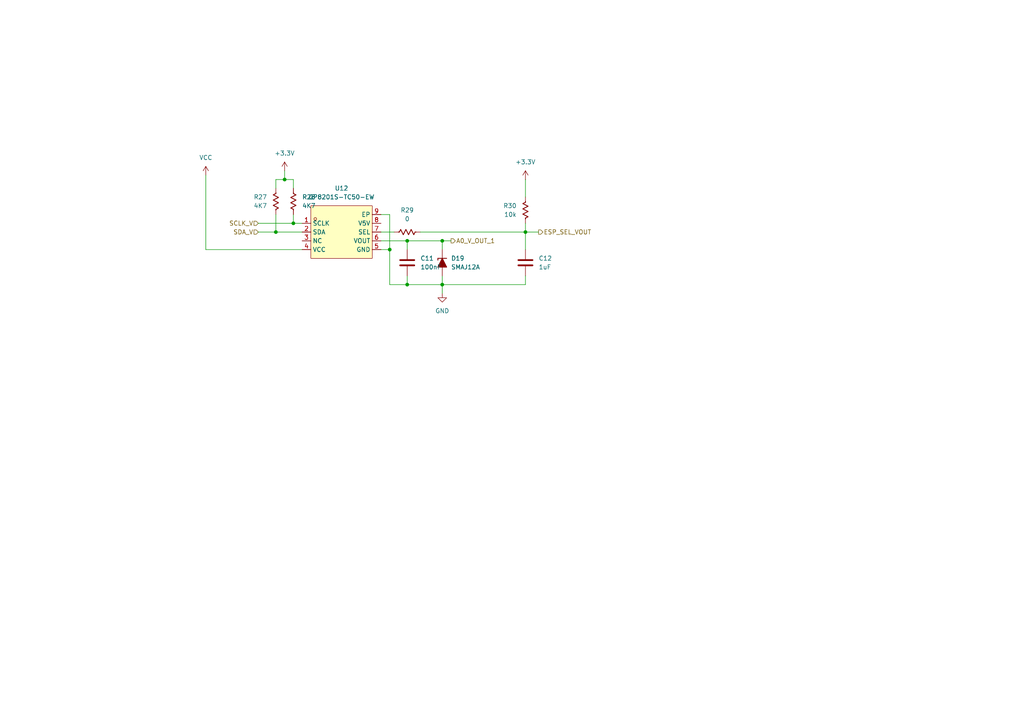
<source format=kicad_sch>
(kicad_sch (version 20250114) (generator "eeschema") (generator_version "9.0")
  (paper "A4")
  (lib_symbols
    (symbol "EasyEDA:+3.3V" (power) (pin_numbers (hide yes)) (pin_names (offset 0) (hide yes))
      (property "Value" "+3.3V" (at 0 3.556 0))
      (symbol "+3.3V_0_1"
        (polyline (pts (xy -0.762 1.27) (xy 0 2.54)))
        (polyline (pts (xy 0 2.54) (xy 0.762 1.27)))
        (polyline (pts (xy 0 0) (xy 0 2.54)))
      )
      (symbol "+3.3V_1_1"
        (pin power_in line (at 0 0 90) (length 0) (name "~") (number "1"))
      )
    )
    (symbol "EasyEDA:C_0603" (pin_numbers (hide yes)) (pin_names (offset 0.254))
      (property "Reference" "C" (at 0.635 2.54 0))
      (property "Value" "C_0603" (at 0.635 -2.54 0))
      (symbol "C_0603_0_1"
        (polyline (pts (xy -2.032 0.762) (xy 2.032 0.762)) (stroke (width 0.508)))
        (polyline (pts (xy -2.032 -0.762) (xy 2.032 -0.762)) (stroke (width 0.508)))
      )
      (symbol "C_0603_0_2"
        (polyline (pts (xy -2.54 -2.54) (xy -0.381 -0.381)))
        (polyline (pts (xy -0.508 -0.508) (xy -1.651 0.635)) (stroke (width 0.508)))
        (polyline (pts (xy -0.508 -0.508) (xy 0.635 -1.651)) (stroke (width 0.508)))
        (polyline (pts (xy 0.381 0.381) (xy 2.54 2.54)))
        (polyline (pts (xy 0.508 0.508) (xy -0.635 1.651)) (stroke (width 0.508)))
        (polyline (pts (xy 0.508 0.508) (xy 1.651 -0.635)) (stroke (width 0.508)))
      )
      (symbol "C_0603_1_1"
        (pin passive line (at 0 3.81 270) (length 2.794) (name "~") (number "1"))
        (pin passive line (at 0 -3.81 90) (length 2.794) (name "~") (number "2"))
      )
      (symbol "C_0603_1_2"
        (pin passive line (at -2.54 -2.54 90) (length 0) (name "~") (number "2"))
        (pin passive line (at 2.54 2.54 270) (length 0) (name "~") (number "1"))
      )
    )
    (symbol "EasyEDA:GND" (power) (pin_numbers (hide yes)) (pin_names (offset 0) (hide yes))
      (property "Value" "GND" (at 0 -3.81 0))
      (symbol "GND_0_1"
        (polyline (pts (xy 0 0) (xy 0 -1.27) (xy 1.27 -1.27) (xy 0 -2.54) (xy -1.27 -1.27) (xy 0 -1.27)))
      )
      (symbol "GND_1_1"
        (pin power_in line (at 0 0 270) (length 0) (name "~") (number "1"))
      )
    )
    (symbol "EasyEDA:GP8201S-TC50-EW"
      (property "Reference" "U" (at 0 10.16 0))
      (property "Value" "GP8201S-TC50-EW" (at 0 -10.16 0))
      (symbol "GP8201S-TC50-EW_0_1"
        (rectangle (start -8.89 7.62) (end 8.89 -7.62) (fill (type background)))
        (circle (center -7.62 3.81) (radius 0.38))
        (pin unspecified line (at -11.43 2.54 0) (length 2.54) (name "SCLK") (number "1"))
        (pin unspecified line (at -11.43 0 0) (length 2.54) (name "SDA") (number "2"))
        (pin unspecified line (at -11.43 -2.54 0) (length 2.54) (name "NC") (number "3"))
        (pin unspecified line (at -11.43 -5.08 0) (length 2.54) (name "VCC") (number "4"))
        (pin unspecified line (at 11.43 5.08 180) (length 2.54) (name "EP") (number "9"))
        (pin unspecified line (at 11.43 2.54 180) (length 2.54) (name "V5V") (number "8"))
        (pin unspecified line (at 11.43 0 180) (length 2.54) (name "SEL") (number "7"))
        (pin unspecified line (at 11.43 -2.54 180) (length 2.54) (name "VOUT") (number "6"))
        (pin unspecified line (at 11.43 -5.08 180) (length 2.54) (name "GND") (number "5"))
      )
    )
    (symbol "EasyEDA:R_0603" (pin_numbers (hide yes)) (pin_names (offset 0))
      (property "Reference" "R" (at 2.54 1.27 0))
      (property "Value" "R_0603" (at 2.54 -1.27 0))
      (symbol "R_0603_0_1"
        (polyline (pts (xy 0 2.286) (xy 0 2.54)) (stroke (width 0.254)))
        (polyline (pts (xy 0 2.286) (xy 0.762 1.905) (xy -0.762 1.143) (xy 0 0.762) (xy 0.762 0.381) (xy 0 0) (xy -0.762 -0.381) (xy 0 -0.762) (xy 0.762 -1.143) (xy 0 -1.524) (xy -0.762 -1.905) (xy 0 -2.286)) (stroke (width 0.254)))
        (polyline (pts (xy 0 -2.286) (xy 0 -2.54)) (stroke (width 0.254)))
      )
      (symbol "R_0603_0_2"
        (polyline (pts (xy -2.54 -2.54) (xy -1.778 -1.778)))
        (polyline (pts (xy -1.778 -1.778) (xy -1.524 -1.524)) (stroke (width 0.254)))
        (polyline (pts (xy -1.524 -1.524) (xy -1.778 -0.762) (xy -1.016 -1.016)) (stroke (width 0.254)))
        (polyline (pts (xy -0.508 -0.508) (xy -0.762 0.254) (xy 0 0)) (stroke (width 0.254)))
        (polyline (pts (xy -0.508 -0.508) (xy -0.254 -1.27) (xy -1.016 -1.016)) (stroke (width 0.254)))
        (polyline (pts (xy 0.508 0.508) (xy 0.254 1.27) (xy 1.016 1.016)) (stroke (width 0.254)))
        (polyline (pts (xy 0.508 0.508) (xy 0.762 -0.254) (xy 0 0)) (stroke (width 0.254)))
        (polyline (pts (xy 1.524 1.524) (xy 1.778 0.762) (xy 1.016 1.016)) (stroke (width 0.254)))
        (polyline (pts (xy 1.778 1.778) (xy 1.524 1.524)) (stroke (width 0.254)))
        (polyline (pts (xy 1.778 1.778) (xy 2.54 2.54)))
      )
      (symbol "R_0603_1_1"
        (pin passive line (at 0 3.81 270) (length 1.27) (name "~") (number "1"))
        (pin passive line (at 0 -3.81 90) (length 1.27) (name "~") (number "2"))
      )
      (symbol "R_0603_1_2"
        (pin passive line (at -2.54 -2.54 0) (length 0) (name "") (number "2"))
        (pin passive line (at 2.54 2.54 180) (length 0) (name "") (number "1"))
      )
    )
    (symbol "EasyEDA:SMAJ12A" (pin_numbers (hide yes)) (pin_names (offset 1.016) (hide yes))
      (property "Reference" "D" (at 0 5.08 0))
      (property "Value" "SMAJ12A" (at 0 2.54 0))
      (symbol "SMAJ12A_0_1"
        (polyline (pts (xy -1.27 1.27) (xy -1.27 -1.27) (xy 1.27 0) (xy -1.27 1.27)) (stroke (width 0.254)) (fill (type outline)))
        (polyline (pts (xy -1.27 0) (xy 1.27 0)))
        (polyline (pts (xy 1.27 1.27) (xy 0.762 1.27)) (stroke (width 0.254)))
        (polyline (pts (xy 1.27 -1.27) (xy 1.27 1.27)) (stroke (width 0.254)))
      )
      (symbol "SMAJ12A_0_2"
        (polyline (pts (xy -2.54 -2.54) (xy 2.54 2.54)))
        (polyline (pts (xy -0.889 -0.889) (xy -1.778 0) (xy 0.889 0.889) (xy 0 -1.778) (xy -0.889 -0.889)) (stroke (width 0.254)) (fill (type outline)))
        (polyline (pts (xy 0 1.778) (xy -0.381 1.397)) (stroke (width 0.254)))
        (polyline (pts (xy 0 1.778) (xy 1.778 0)) (stroke (width 0.254)))
      )
      (symbol "SMAJ12A_1_1"
        (pin passive line (at -3.81 0 0) (length 2.54) (name "A") (number "2"))
        (pin passive line (at 3.81 0 180) (length 2.54) (name "K") (number "1"))
      )
      (symbol "SMAJ12A_1_2"
        (pin passive line (at -2.54 -2.54 0) (length 0) (name "A") (number "2"))
        (pin passive line (at 2.54 2.54 180) (length 0) (name "K") (number "1"))
      )
    )
    (symbol "EasyEDA:VCC" (power) (pin_numbers (hide yes)) (pin_names (offset 0) (hide yes))
      (property "Value" "VCC" (at 0 3.556 0))
      (symbol "VCC_0_1"
        (polyline (pts (xy -0.762 1.27) (xy 0 2.54)))
        (polyline (pts (xy 0 2.54) (xy 0.762 1.27)))
        (polyline (pts (xy 0 0) (xy 0 2.54)))
      )
      (symbol "VCC_1_1"
        (pin power_in line (at 0 0 90) (length 0) (name "~") (number "1"))
      )
    )
  )
  (junction (at 128.27 82.55))
  (junction (at 82.55 52.07))
  (junction (at 118.11 69.85))
  (junction (at 113.03 72.39))
  (junction (at 80.01 67.31))
  (junction (at 152.4 67.31))
  (junction (at 118.11 82.55))
  (junction (at 85.09 64.77))
  (junction (at 128.27 69.85))
  (wire (pts (xy 80.01 62.23) (xy 80.01 67.31)))
  (wire (pts (xy 118.11 69.85) (xy 118.11 72.39)))
  (wire (pts (xy 128.27 69.85) (xy 130.81 69.85)))
  (wire (pts (xy 128.27 80.01) (xy 128.27 82.55)))
  (wire (pts (xy 85.09 64.77) (xy 87.63 64.77)))
  (wire (pts (xy 128.27 82.55) (xy 152.4 82.55)))
  (wire (pts (xy 113.03 72.39) (xy 110.49 72.39)))
  (wire (pts (xy 152.4 67.31) (xy 152.4 72.39)))
  (wire (pts (xy 80.01 52.07) (xy 80.01 54.61)))
  (wire (pts (xy 82.55 49.53) (xy 82.55 52.07)))
  (wire (pts (xy 110.49 69.85) (xy 118.11 69.85)))
  (wire (pts (xy 118.11 80.01) (xy 118.11 82.55)))
  (wire (pts (xy 85.09 62.23) (xy 85.09 64.77)))
  (wire (pts (xy 128.27 72.39) (xy 128.27 69.85)))
  (wire (pts (xy 121.92 67.31) (xy 152.4 67.31)))
  (wire (pts (xy 152.4 80.01) (xy 152.4 82.55)))
  (wire (pts (xy 110.49 62.23) (xy 113.03 62.23)))
  (wire (pts (xy 113.03 72.39) (xy 113.03 82.55)))
  (wire (pts (xy 85.09 52.07) (xy 85.09 54.61)))
  (wire (pts (xy 113.03 62.23) (xy 113.03 72.39)))
  (wire (pts (xy 128.27 82.55) (xy 118.11 82.55)))
  (wire (pts (xy 128.27 82.55) (xy 128.27 85.09)))
  (wire (pts (xy 128.27 69.85) (xy 118.11 69.85)))
  (wire (pts (xy 152.4 64.77) (xy 152.4 67.31)))
  (wire (pts (xy 59.69 72.39) (xy 87.63 72.39)))
  (wire (pts (xy 80.01 67.31) (xy 87.63 67.31)))
  (wire (pts (xy 118.11 82.55) (xy 113.03 82.55)))
  (wire (pts (xy 82.55 52.07) (xy 85.09 52.07)))
  (wire (pts (xy 74.93 67.31) (xy 80.01 67.31)))
  (wire (pts (xy 152.4 67.31) (xy 156.21 67.31)))
  (wire (pts (xy 59.69 50.8) (xy 59.69 72.39)))
  (wire (pts (xy 80.01 52.07) (xy 82.55 52.07)))
  (wire (pts (xy 74.93 64.77) (xy 85.09 64.77)))
  (wire (pts (xy 152.4 52.07) (xy 152.4 57.15)))
  (wire (pts (xy 110.49 67.31) (xy 114.3 67.31)))
  (hierarchical_label "A0_V_OUT_1" (shape output) (at 130.81 69.85 0))
  (hierarchical_label "ESP_SEL_VOUT" (shape output) (at 156.21 67.31 0))
  (hierarchical_label "SCLK_V" (shape input) (at 74.93 64.77 180))
  (hierarchical_label "SDA_V" (shape input) (at 74.93 67.31 180))
  (symbol (lib_id "EasyEDA:GP8201S-TC50-EW") (at 99.06 67.31 0) (unit 1)
    (property "Reference" "U12" (at 99.06 54.61 0))
    (property "Value" "GP8201S-TC50-EW" (at 99.06 57.15 0))
    (property "Footprint" "EasyEDA:ESOP-8_L4.9-W3.9-P1.27-LS6.0-BL-EP" (effects (hide yes)))
    (property "Datasheet" "https://www.lcsc.com/datasheet/C5240058.pdf" (effects (hide yes)))
    (property "LCSC Part" "C5240058" (effects (hide yes)))
    (property "Part #" "GP8201S-TC50-EW" (effects (hide yes)))
  )
  (symbol (lib_id "EasyEDA:R_0603") (at 80.01 58.42 0) (mirror y) (unit 1)
    (property "Reference" "R27" (at 77.47 57.1499 0) (effects (justify left)))
    (property "Value" "4K7" (at 77.47 59.6899 0) (effects (justify left)))
    (property "Footprint" "PCM_Resistor_SMD_AKL:R_0603_1608Metric" (effects (hide yes)))
    (property "Datasheet" "https://www.lcsc.com/datasheet/C99782.pdf" (effects (hide yes)))
    (property "Description" "SMD 0603 Chip Resistor, US Symbol, Alternate KiCad Library" (effects (hide yes)))
    (property "Part #" "RC0603FR-074K7L" (effects (hide yes)))
    (property "LCSC Part" "C99782" (effects (hide yes)))
  )
  (symbol (lib_id "EasyEDA:GND") (at 128.27 85.09 0) (unit 1)
    (property "Reference" "#PWR047" (effects (hide yes)))
    (property "Value" "GND" (at 128.27 90.17 0))
    (property "Description" "Power symbol creates a global label with name \"GND\" , ground" (effects (hide yes)))
  )
  (symbol (lib_id "EasyEDA:+3.3V") (at 82.55 49.53 0) (unit 1)
    (property "Reference" "#PWR046" (effects (hide yes)))
    (property "Value" "+3.3V" (at 82.55 44.45 0))
    (property "Description" "Power symbol creates a global label with name \"+3.3V\"" (effects (hide yes)))
  )
  (symbol (lib_id "EasyEDA:VCC") (at 59.69 50.8 0) (unit 1)
    (property "Reference" "#PWR045" (effects (hide yes)))
    (property "Value" "VCC" (at 59.69 45.72 0))
    (property "Description" "Power symbol creates a global label with name \"VCC\"" (effects (hide yes)))
  )
  (symbol (lib_id "EasyEDA:C_0603") (at 152.4 76.2 0) (unit 1)
    (property "Reference" "C12" (at 156.21 74.9299 0) (effects (justify left)))
    (property "Value" "1uF" (at 156.21 77.4699 0) (effects (justify left)))
    (property "Footprint" "PCM_Capacitor_SMD_AKL:C_0603_1608Metric" (effects (hide yes)))
    (property "Datasheet" "https://jlcpcb.com/api/file/downloadByFileSystemAccessId/8556213788459761664" (effects (hide yes)))
    (property "Description" "SMD 0603 MLCC capacitor, Alternate KiCad Library" (effects (hide yes)))
    (property "Part #" "CL10A105KB8NNNC" (effects (hide yes)))
    (property "LCSC Part" "C15849" (effects (hide yes)))
  )
  (symbol (lib_id "EasyEDA:SMAJ12A") (at 128.27 76.2 90) (unit 1)
    (property "Reference" "D19" (at 130.81 74.9299 90) (effects (justify right)))
    (property "Value" "SMAJ12A" (at 130.81 77.4699 90) (effects (justify right)))
    (property "Footprint" "PCM_Diode_SMD_AKL:D_SMA" (effects (hide yes)))
    (property "Datasheet" "https://www.lcsc.com/datasheet/C134947.pdf" (effects (hide yes)))
    (property "Description" "SMA Unidirectional TVS diode, 12V, 400W, Alternate KiCAD Library" (effects (hide yes)))
    (property "Part #" "SMAJ12A-13-F" (effects (hide yes)))
    (property "LCSC Part" "C134947" (effects (hide yes)))
  )
  (symbol (lib_id "EasyEDA:C_0603") (at 118.11 76.2 0) (unit 1)
    (property "Reference" "C11" (at 121.92 74.9299 0) (effects (justify left)))
    (property "Value" "100nF" (at 121.92 77.4699 0) (effects (justify left)))
    (property "Footprint" "PCM_Capacitor_SMD_AKL:C_0603_1608Metric" (effects (hide yes)))
    (property "Datasheet" "https://www.lcsc.com/datasheet/C77058.pdf" (effects (hide yes)))
    (property "Description" "SMD 0603 MLCC capacitor, Alternate KiCad Library" (effects (hide yes)))
    (property "LCSC Part" "C77058" (effects (hide yes)))
    (property "Part #" "GRM188R72A104KA35D" (effects (hide yes)))
  )
  (symbol (lib_id "EasyEDA:R_0603") (at 85.09 58.42 0) (unit 1)
    (property "Reference" "R28" (at 87.63 57.1499 0) (effects (justify left)))
    (property "Value" "4K7" (at 87.63 59.6899 0) (effects (justify left)))
    (property "Footprint" "PCM_Resistor_SMD_AKL:R_0603_1608Metric" (effects (hide yes)))
    (property "Datasheet" "https://www.lcsc.com/datasheet/C99782.pdf" (effects (hide yes)))
    (property "Description" "SMD 0603 Chip Resistor, US Symbol, Alternate KiCad Library" (effects (hide yes)))
    (property "Part #" "RC0603FR-074K7L" (effects (hide yes)))
    (property "LCSC Part" "C99782" (effects (hide yes)))
  )
  (symbol (lib_id "EasyEDA:R_0603") (at 152.4 60.96 0) (mirror y) (unit 1)
    (property "Reference" "R30" (at 149.86 59.6899 0) (effects (justify left)))
    (property "Value" "10k" (at 149.86 62.2299 0) (effects (justify left)))
    (property "Footprint" "PCM_Resistor_SMD_AKL:R_0603_1608Metric" (effects (hide yes)))
    (property "Datasheet" "https://jlcpcb.com/api/file/downloadByFileSystemAccessId/8579706381320323072" (effects (hide yes)))
    (property "Description" "SMD 0603 Chip Resistor, US Symbol, Alternate KiCad Library" (effects (hide yes)))
    (property "Part #" "0603WAF1002T5E" (effects (hide yes)))
    (property "LCSC Part" "C25804" (effects (hide yes)))
  )
  (symbol (lib_id "EasyEDA:+3.3V") (at 152.4 52.07 0) (unit 1)
    (property "Reference" "#PWR048" (effects (hide yes)))
    (property "Value" "+3.3V" (at 152.4 46.99 0))
    (property "Description" "Power symbol creates a global label with name \"+3.3V\"" (effects (hide yes)))
  )
  (symbol (lib_id "EasyEDA:R_0603") (at 118.11 67.31 90) (unit 1)
    (property "Reference" "R29" (at 118.11 60.96 90))
    (property "Value" "0" (at 118.11 63.5 90))
    (property "Footprint" "PCM_Resistor_SMD_AKL:R_0603_1608Metric" (effects (hide yes)))
    (property "Datasheet" "https://jlcpcb.com/api/file/downloadByFileSystemAccessId/8578255895094087680" (effects (hide yes)))
    (property "Description" "SMD 0603 Chip Resistor, US Symbol, Alternate KiCad Library" (effects (hide yes)))
    (property "Part #" "0603WAF0000T5E" (effects (hide yes)))
    (property "LCSC Part" "C21189" (effects (hide yes)))
  )
)
</source>
